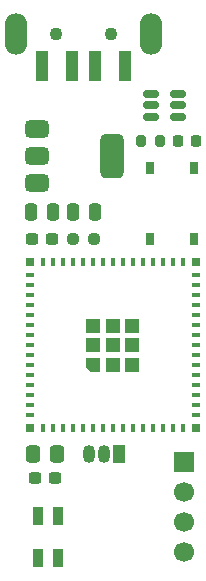
<source format=gbr>
%TF.GenerationSoftware,KiCad,Pcbnew,9.0.7*%
%TF.CreationDate,2026-01-14T01:24:10+01:00*%
%TF.ProjectId,pixel-led,70697865-6c2d-46c6-9564-2e6b69636164,1.2*%
%TF.SameCoordinates,Original*%
%TF.FileFunction,Soldermask,Top*%
%TF.FilePolarity,Negative*%
%FSLAX46Y46*%
G04 Gerber Fmt 4.6, Leading zero omitted, Abs format (unit mm)*
G04 Created by KiCad (PCBNEW 9.0.7) date 2026-01-14 01:24:10*
%MOMM*%
%LPD*%
G01*
G04 APERTURE LIST*
G04 Aperture macros list*
%AMRoundRect*
0 Rectangle with rounded corners*
0 $1 Rounding radius*
0 $2 $3 $4 $5 $6 $7 $8 $9 X,Y pos of 4 corners*
0 Add a 4 corners polygon primitive as box body*
4,1,4,$2,$3,$4,$5,$6,$7,$8,$9,$2,$3,0*
0 Add four circle primitives for the rounded corners*
1,1,$1+$1,$2,$3*
1,1,$1+$1,$4,$5*
1,1,$1+$1,$6,$7*
1,1,$1+$1,$8,$9*
0 Add four rect primitives between the rounded corners*
20,1,$1+$1,$2,$3,$4,$5,0*
20,1,$1+$1,$4,$5,$6,$7,0*
20,1,$1+$1,$6,$7,$8,$9,0*
20,1,$1+$1,$8,$9,$2,$3,0*%
%AMOutline5P*
0 Free polygon, 5 corners , with rotation*
0 The origin of the aperture is its center*
0 number of corners: always 5*
0 $1 to $10 corner X, Y*
0 $11 Rotation angle, in degrees counterclockwise*
0 create outline with 5 corners*
4,1,5,$1,$2,$3,$4,$5,$6,$7,$8,$9,$10,$1,$2,$11*%
%AMOutline6P*
0 Free polygon, 6 corners , with rotation*
0 The origin of the aperture is its center*
0 number of corners: always 6*
0 $1 to $12 corner X, Y*
0 $13 Rotation angle, in degrees counterclockwise*
0 create outline with 6 corners*
4,1,6,$1,$2,$3,$4,$5,$6,$7,$8,$9,$10,$11,$12,$1,$2,$13*%
%AMOutline7P*
0 Free polygon, 7 corners , with rotation*
0 The origin of the aperture is its center*
0 number of corners: always 7*
0 $1 to $14 corner X, Y*
0 $15 Rotation angle, in degrees counterclockwise*
0 create outline with 7 corners*
4,1,7,$1,$2,$3,$4,$5,$6,$7,$8,$9,$10,$11,$12,$13,$14,$1,$2,$15*%
%AMOutline8P*
0 Free polygon, 8 corners , with rotation*
0 The origin of the aperture is its center*
0 number of corners: always 8*
0 $1 to $16 corner X, Y*
0 $17 Rotation angle, in degrees counterclockwise*
0 create outline with 8 corners*
4,1,8,$1,$2,$3,$4,$5,$6,$7,$8,$9,$10,$11,$12,$13,$14,$15,$16,$1,$2,$17*%
G04 Aperture macros list end*
%ADD10RoundRect,0.200000X-0.200000X-0.275000X0.200000X-0.275000X0.200000X0.275000X-0.200000X0.275000X0*%
%ADD11RoundRect,0.250000X0.250000X0.475000X-0.250000X0.475000X-0.250000X-0.475000X0.250000X-0.475000X0*%
%ADD12RoundRect,0.237500X0.250000X0.237500X-0.250000X0.237500X-0.250000X-0.237500X0.250000X-0.237500X0*%
%ADD13R,0.850000X1.600000*%
%ADD14R,1.700000X1.700000*%
%ADD15C,1.700000*%
%ADD16RoundRect,0.375000X-0.625000X-0.375000X0.625000X-0.375000X0.625000X0.375000X-0.625000X0.375000X0*%
%ADD17RoundRect,0.500000X-0.500000X-1.400000X0.500000X-1.400000X0.500000X1.400000X-0.500000X1.400000X0*%
%ADD18RoundRect,0.237500X0.300000X0.237500X-0.300000X0.237500X-0.300000X-0.237500X0.300000X-0.237500X0*%
%ADD19RoundRect,0.225000X-0.225000X-0.250000X0.225000X-0.250000X0.225000X0.250000X-0.225000X0.250000X0*%
%ADD20RoundRect,0.150000X-0.512500X-0.150000X0.512500X-0.150000X0.512500X0.150000X-0.512500X0.150000X0*%
%ADD21R,1.050000X1.500000*%
%ADD22O,1.050000X1.500000*%
%ADD23R,0.400000X0.800000*%
%ADD24R,0.800000X0.400000*%
%ADD25Outline5P,-0.600000X0.204000X-0.204000X0.600000X0.600000X0.600000X0.600000X-0.600000X-0.600000X-0.600000X90.000000*%
%ADD26R,1.200000X1.200000*%
%ADD27R,0.800000X0.800000*%
%ADD28C,1.100000*%
%ADD29R,1.100000X2.500000*%
%ADD30O,1.900000X3.500000*%
%ADD31R,0.750000X1.000000*%
%ADD32RoundRect,0.250000X0.337500X0.475000X-0.337500X0.475000X-0.337500X-0.475000X0.337500X-0.475000X0*%
%ADD33RoundRect,0.250000X-0.250000X-0.475000X0.250000X-0.475000X0.250000X0.475000X-0.250000X0.475000X0*%
G04 APERTURE END LIST*
D10*
%TO.C,R4*%
X104839000Y-52000000D03*
X106489000Y-52000000D03*
%TD*%
D11*
%TO.C,C1*%
X101000000Y-58000000D03*
X99100000Y-58000000D03*
%TD*%
D12*
%TO.C,R3*%
X100912500Y-60250000D03*
X99087500Y-60250000D03*
%TD*%
D13*
%TO.C,D1*%
X97875000Y-83750000D03*
X96125000Y-83750000D03*
X96125000Y-87250000D03*
X97875000Y-87250000D03*
%TD*%
D14*
%TO.C,J1*%
X108500000Y-79190000D03*
D15*
X108500000Y-81730000D03*
X108500000Y-84270000D03*
X108500000Y-86810000D03*
%TD*%
D16*
%TO.C,U1*%
X96100000Y-50950000D03*
X96100000Y-53250000D03*
D17*
X102400000Y-53250000D03*
D16*
X96100000Y-55550000D03*
%TD*%
D18*
%TO.C,C4*%
X97612500Y-80500000D03*
X95887500Y-80500000D03*
%TD*%
D19*
%TO.C,C5*%
X107975000Y-52000000D03*
X109525000Y-52000000D03*
%TD*%
D20*
%TO.C,U4*%
X105725000Y-48000000D03*
X105725000Y-48950000D03*
X105725000Y-49900000D03*
X108000000Y-49900000D03*
X108000000Y-48950000D03*
X108000000Y-48000000D03*
%TD*%
D21*
%TO.C,U2*%
X103020000Y-78500000D03*
D22*
X101750000Y-78500000D03*
X100480000Y-78500000D03*
%TD*%
D23*
%TO.C,U3*%
X96550000Y-76250000D03*
X97400000Y-76250000D03*
X98250000Y-76250000D03*
X99100000Y-76250000D03*
X99950000Y-76250000D03*
X100800000Y-76250000D03*
X101650000Y-76250000D03*
X102500000Y-76250000D03*
X103350000Y-76250000D03*
X104200000Y-76250000D03*
X105050000Y-76250000D03*
X105900000Y-76250000D03*
X106750000Y-76250000D03*
X107600000Y-76250000D03*
X108450000Y-76250000D03*
D24*
X109500000Y-75200000D03*
X109500000Y-74350000D03*
X109500000Y-73500000D03*
X109500000Y-72650000D03*
X109500000Y-71800000D03*
X109500000Y-70950000D03*
X109500000Y-70100000D03*
X109500000Y-69250000D03*
X109500000Y-68400000D03*
X109500000Y-67550000D03*
X109500000Y-66700000D03*
X109500000Y-65850000D03*
X109500000Y-65000000D03*
X109500000Y-64150000D03*
X109500000Y-63300000D03*
D23*
X108450000Y-62250000D03*
X107600000Y-62250000D03*
X106750000Y-62250000D03*
X105900000Y-62250000D03*
X105050000Y-62250000D03*
X104200000Y-62250000D03*
X103350000Y-62250000D03*
X102500000Y-62250000D03*
X101650000Y-62250000D03*
X100800000Y-62250000D03*
X99950000Y-62250000D03*
X99100000Y-62250000D03*
X98250000Y-62250000D03*
X97400000Y-62250000D03*
X96550000Y-62250000D03*
D24*
X95500000Y-63300000D03*
X95500000Y-64150000D03*
X95500000Y-65000000D03*
X95500000Y-65850000D03*
X95500000Y-66700000D03*
X95500000Y-67550000D03*
X95500000Y-68400000D03*
X95500000Y-69250000D03*
X95500000Y-70100000D03*
X95500000Y-70950000D03*
X95500000Y-71800000D03*
X95500000Y-72650000D03*
X95500000Y-73500000D03*
X95500000Y-74350000D03*
X95500000Y-75200000D03*
D25*
X100850000Y-70900000D03*
D26*
X102500000Y-70900000D03*
X104150000Y-70900000D03*
X100850000Y-69250000D03*
X102500000Y-69250000D03*
X104150000Y-69250000D03*
X100850000Y-67600000D03*
X102500000Y-67600000D03*
X104150000Y-67600000D03*
D27*
X95500000Y-76250000D03*
X109500000Y-76250000D03*
X109500000Y-62250000D03*
X95500000Y-62250000D03*
%TD*%
D28*
%TO.C,J2*%
X97700000Y-42900000D03*
X102300000Y-42900000D03*
D29*
X96500000Y-45650000D03*
X99000000Y-45650000D03*
X101000000Y-45650000D03*
X103500000Y-45650000D03*
D30*
X94300000Y-42900000D03*
X105700000Y-42900000D03*
%TD*%
D31*
%TO.C,SW2*%
X105625000Y-60250000D03*
X105625000Y-54250000D03*
X109375000Y-60250000D03*
X109375000Y-54250000D03*
%TD*%
D32*
%TO.C,C7*%
X97787500Y-78500000D03*
X95712500Y-78500000D03*
%TD*%
D18*
%TO.C,C3*%
X97362500Y-60250000D03*
X95637500Y-60250000D03*
%TD*%
D33*
%TO.C,C2*%
X95550000Y-58000000D03*
X97450000Y-58000000D03*
%TD*%
M02*

</source>
